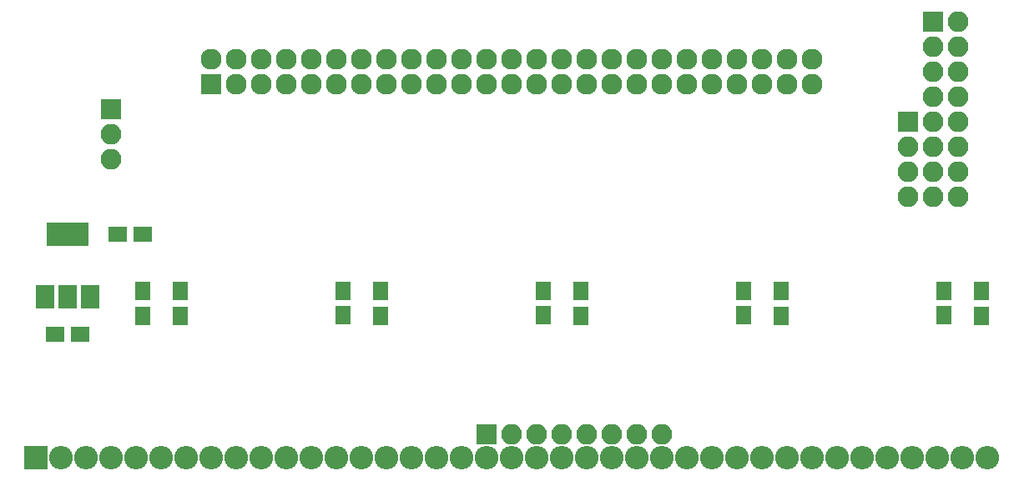
<source format=gbs>
G04 #@! TF.FileFunction,Soldermask,Bot*
%FSLAX46Y46*%
G04 Gerber Fmt 4.6, Leading zero omitted, Abs format (unit mm)*
G04 Created by KiCad (PCBNEW 4.0.7) date Wed Feb  7 00:44:32 2018*
%MOMM*%
%LPD*%
G01*
G04 APERTURE LIST*
%ADD10C,0.100000*%
%ADD11R,2.400000X2.400000*%
%ADD12O,2.400000X2.400000*%
%ADD13R,1.900000X1.650000*%
%ADD14R,1.650000X1.900000*%
%ADD15R,2.100000X2.100000*%
%ADD16O,2.100000X2.100000*%
%ADD17R,4.200000X2.400000*%
%ADD18R,1.900000X2.400000*%
%ADD19R,2.127200X2.127200*%
%ADD20O,2.127200X2.127200*%
G04 APERTURE END LIST*
D10*
D11*
X62230000Y-163000000D03*
D12*
X64770000Y-163000000D03*
X67310000Y-163000000D03*
X69850000Y-163000000D03*
X72390000Y-163000000D03*
X74930000Y-163000000D03*
X77470000Y-163000000D03*
X80010000Y-163000000D03*
X82550000Y-163000000D03*
X85090000Y-163000000D03*
X87630000Y-163000000D03*
X90170000Y-163000000D03*
X92710000Y-163000000D03*
X95250000Y-163000000D03*
X97790000Y-163000000D03*
X100330000Y-163000000D03*
X102870000Y-163000000D03*
X105410000Y-163000000D03*
X107950000Y-163000000D03*
X110490000Y-163000000D03*
X113030000Y-163000000D03*
X115570000Y-163000000D03*
X118110000Y-163000000D03*
X120650000Y-163000000D03*
X123190000Y-163000000D03*
X125730000Y-163000000D03*
X128270000Y-163000000D03*
X130810000Y-163000000D03*
X133350000Y-163000000D03*
X135890000Y-163000000D03*
X138430000Y-163000000D03*
X140970000Y-163000000D03*
X143510000Y-163000000D03*
X146050000Y-163000000D03*
X148590000Y-163000000D03*
X151130000Y-163000000D03*
X153670000Y-163000000D03*
X156210000Y-163000000D03*
X158750000Y-163000000D03*
D13*
X64175000Y-150495000D03*
X66675000Y-150495000D03*
X70505000Y-140335000D03*
X73005000Y-140335000D03*
D14*
X73025000Y-146070000D03*
X73025000Y-148570000D03*
X93345000Y-146050000D03*
X93345000Y-148550000D03*
X113665000Y-146050000D03*
X113665000Y-148550000D03*
X133985000Y-146050000D03*
X133985000Y-148550000D03*
D15*
X69850000Y-127635000D03*
D16*
X69850000Y-130175000D03*
X69850000Y-132715000D03*
D14*
X154305000Y-146050000D03*
X154305000Y-148550000D03*
D17*
X65405000Y-140335000D03*
D18*
X65405000Y-146635000D03*
X63105000Y-146635000D03*
X67705000Y-146635000D03*
D14*
X76835000Y-148570000D03*
X76835000Y-146070000D03*
X97155000Y-148570000D03*
X97155000Y-146070000D03*
X117475000Y-148570000D03*
X117475000Y-146070000D03*
X137795000Y-148570000D03*
X137795000Y-146070000D03*
X158115000Y-148570000D03*
X158115000Y-146070000D03*
D15*
X150657997Y-128838609D03*
D16*
X150657997Y-131378609D03*
X150657997Y-133918609D03*
X150657997Y-136458609D03*
D15*
X153197997Y-118678609D03*
D16*
X155737997Y-118678609D03*
X153197997Y-121218609D03*
X155737997Y-121218609D03*
X153197997Y-123758609D03*
X155737997Y-123758609D03*
X153197997Y-126298609D03*
X155737997Y-126298609D03*
X153197997Y-128838609D03*
X155737997Y-128838609D03*
X153197997Y-131378609D03*
X155737997Y-131378609D03*
X153197997Y-133918609D03*
X155737997Y-133918609D03*
X153197997Y-136458609D03*
X155737997Y-136458609D03*
D15*
X107950000Y-160655000D03*
D16*
X110490000Y-160655000D03*
X113030000Y-160655000D03*
X115570000Y-160655000D03*
X118110000Y-160655000D03*
X120650000Y-160655000D03*
X123190000Y-160655000D03*
X125730000Y-160655000D03*
D19*
X80010000Y-125095000D03*
D20*
X80010000Y-122555000D03*
X82550000Y-125095000D03*
X82550000Y-122555000D03*
X85090000Y-125095000D03*
X85090000Y-122555000D03*
X87630000Y-125095000D03*
X87630000Y-122555000D03*
X90170000Y-125095000D03*
X90170000Y-122555000D03*
X92710000Y-125095000D03*
X92710000Y-122555000D03*
X95250000Y-125095000D03*
X95250000Y-122555000D03*
X97790000Y-125095000D03*
X97790000Y-122555000D03*
X100330000Y-125095000D03*
X100330000Y-122555000D03*
X102870000Y-125095000D03*
X102870000Y-122555000D03*
X105410000Y-125095000D03*
X105410000Y-122555000D03*
X107950000Y-125095000D03*
X107950000Y-122555000D03*
X110490000Y-125095000D03*
X110490000Y-122555000D03*
X113030000Y-125095000D03*
X113030000Y-122555000D03*
X115570000Y-125095000D03*
X115570000Y-122555000D03*
X118110000Y-125095000D03*
X118110000Y-122555000D03*
X120650000Y-125095000D03*
X120650000Y-122555000D03*
X123190000Y-125095000D03*
X123190000Y-122555000D03*
X125730000Y-125095000D03*
X125730000Y-122555000D03*
X128270000Y-125095000D03*
X128270000Y-122555000D03*
X130810000Y-125095000D03*
X130810000Y-122555000D03*
X133350000Y-125095000D03*
X133350000Y-122555000D03*
X135890000Y-125095000D03*
X135890000Y-122555000D03*
X138430000Y-125095000D03*
X138430000Y-122555000D03*
X140970000Y-125095000D03*
X140970000Y-122555000D03*
M02*

</source>
